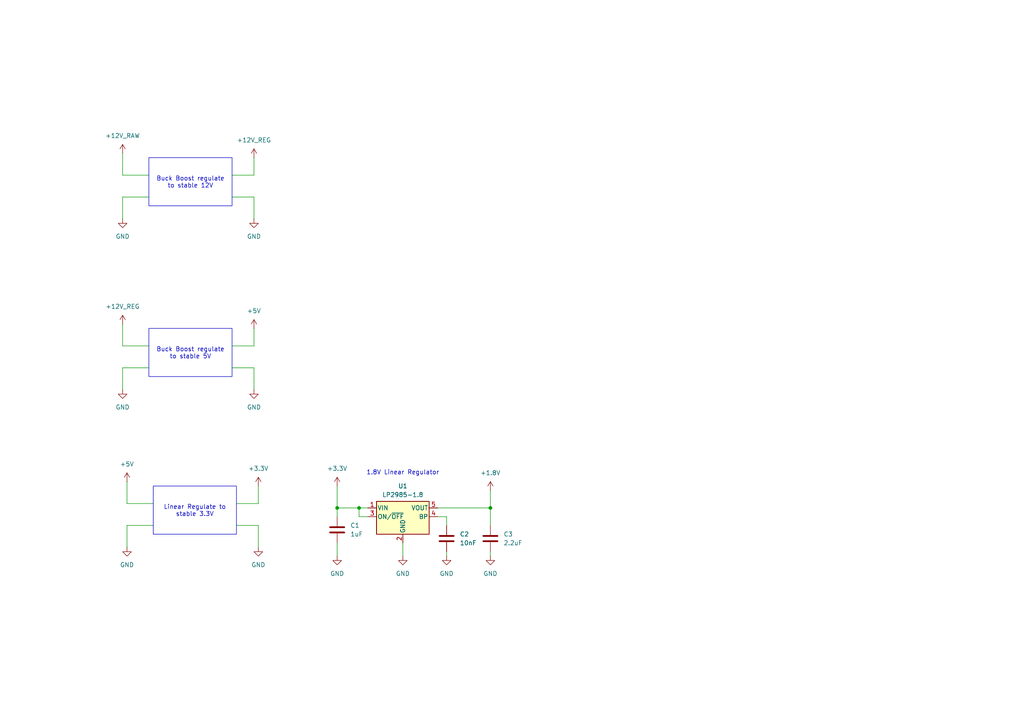
<source format=kicad_sch>
(kicad_sch (version 20250114) (generator "eeschema") (generator_version "9.0")
  (paper "A4")
  (lib_symbols
    (symbol "Device:C" (pin_numbers (hide yes)) (pin_names (offset 0.254))
      (property "Reference" "C" (at 0.635 2.54 0))
      (property "Value" "C" (at 0.635 -2.54 0))
      (symbol "C_0_1"
        (polyline (pts (xy -2.032 0.762) (xy 2.032 0.762)) (stroke (width 0.508)))
        (polyline (pts (xy -2.032 -0.762) (xy 2.032 -0.762)) (stroke (width 0.508)))
      )
      (symbol "C_1_1"
        (pin passive line (at 0 3.81 270) (length 2.794) (name "~") (number "1"))
        (pin passive line (at 0 -3.81 90) (length 2.794) (name "~") (number "2"))
      )
    )
    (symbol "Regulator_Linear:LP2985-1.8" (pin_names (offset 0.254))
      (property "Reference" "U" (at -6.35 5.715 0))
      (property "Value" "LP2985-1.8" (at 0 5.715 0))
      (symbol "LP2985-1.8_0_1"
        (rectangle (start -7.62 -5.08) (end 7.62 4.445) (stroke (width 0.254)) (fill (type background)))
      )
      (symbol "LP2985-1.8_1_1"
        (pin power_in line (at -10.16 2.54 0) (length 2.54) (name "VIN") (number "1"))
        (pin input line (at -10.16 0 0) (length 2.54) (name "ON/~{OFF}") (number "3"))
        (pin power_in line (at 0 -7.62 90) (length 2.54) (name "GND") (number "2"))
        (pin power_out line (at 10.16 2.54 180) (length 2.54) (name "VOUT") (number "5"))
        (pin input line (at 10.16 0 180) (length 2.54) (name "BP") (number "4"))
      )
    )
    (symbol "power:+12V" (power) (pin_numbers (hide yes)) (pin_names (offset 0) (hide yes))
      (property "Value" "+12V" (at 0 3.556 0))
      (symbol "+12V_0_1"
        (polyline (pts (xy -0.762 1.27) (xy 0 2.54)))
        (polyline (pts (xy 0 2.54) (xy 0.762 1.27)))
        (polyline (pts (xy 0 0) (xy 0 2.54)))
      )
      (symbol "+12V_1_1"
        (pin power_in line (at 0 0 90) (length 0) (name "~") (number "1"))
      )
    )
    (symbol "power:+5V" (power) (pin_numbers (hide yes)) (pin_names (offset 0) (hide yes))
      (property "Value" "+5V" (at 0 3.556 0))
      (symbol "+5V_0_1"
        (polyline (pts (xy -0.762 1.27) (xy 0 2.54)))
        (polyline (pts (xy 0 2.54) (xy 0.762 1.27)))
        (polyline (pts (xy 0 0) (xy 0 2.54)))
      )
      (symbol "+5V_1_1"
        (pin power_in line (at 0 0 90) (length 0) (name "~") (number "1"))
      )
    )
    (symbol "power:GND" (power) (pin_numbers (hide yes)) (pin_names (offset 0) (hide yes))
      (property "Value" "GND" (at 0 -3.81 0))
      (symbol "GND_0_1"
        (polyline (pts (xy 0 0) (xy 0 -1.27) (xy 1.27 -1.27) (xy 0 -2.54) (xy -1.27 -1.27) (xy 0 -1.27)))
      )
      (symbol "GND_1_1"
        (pin power_in line (at 0 0 270) (length 0) (name "~") (number "1"))
      )
    )
  )
  (text "1.8V Linear Regulator" (at 116.84 137.16 0) (effects (font (size 1.27 1.27))))
  (text_box "Linear Regulate to stable 3.3V" (at 44.45 140.97 0) (size 24.13 13.97) (margins 0.9525 0.9525 0.9525 0.9525) (effects (font (size 1.27 1.27))))
  (text_box "Buck Boost regulate to stable 5V" (at 43.18 95.25 0) (size 24.13 13.97) (margins 0.9525 0.9525 0.9525 0.9525) (effects (font (size 1.27 1.27))))
  (text_box "Buck Boost regulate to stable 12V" (at 43.18 45.72 0) (size 24.13 13.97) (margins 0.9525 0.9525 0.9525 0.9525) (effects (font (size 1.27 1.27))))
  (junction (at 104.14 147.32))
  (junction (at 97.79 147.32))
  (junction (at 142.24 147.32))
  (wire (pts (xy 35.56 106.68) (xy 35.56 113.03)))
  (wire (pts (xy 68.58 146.05) (xy 74.93 146.05)))
  (wire (pts (xy 36.83 146.05) (xy 44.45 146.05)))
  (wire (pts (xy 106.68 149.86) (xy 104.14 149.86)))
  (wire (pts (xy 97.79 147.32) (xy 97.79 149.86)))
  (wire (pts (xy 142.24 160.02) (xy 142.24 161.29)))
  (wire (pts (xy 97.79 147.32) (xy 104.14 147.32)))
  (wire (pts (xy 36.83 152.4) (xy 44.45 152.4)))
  (wire (pts (xy 68.58 152.4) (xy 74.93 152.4)))
  (wire (pts (xy 127 149.86) (xy 129.54 149.86)))
  (wire (pts (xy 67.31 100.33) (xy 73.66 100.33)))
  (wire (pts (xy 73.66 95.25) (xy 73.66 100.33)))
  (wire (pts (xy 67.31 50.8) (xy 73.66 50.8)))
  (wire (pts (xy 35.56 50.8) (xy 43.18 50.8)))
  (wire (pts (xy 35.56 100.33) (xy 43.18 100.33)))
  (wire (pts (xy 142.24 142.24) (xy 142.24 147.32)))
  (wire (pts (xy 129.54 152.4) (xy 129.54 149.86)))
  (wire (pts (xy 127 147.32) (xy 142.24 147.32)))
  (wire (pts (xy 142.24 147.32) (xy 142.24 152.4)))
  (wire (pts (xy 67.31 106.68) (xy 73.66 106.68)))
  (wire (pts (xy 74.93 158.75) (xy 74.93 152.4)))
  (wire (pts (xy 35.56 106.68) (xy 43.18 106.68)))
  (wire (pts (xy 73.66 113.03) (xy 73.66 106.68)))
  (wire (pts (xy 73.66 63.5) (xy 73.66 57.15)))
  (wire (pts (xy 104.14 147.32) (xy 106.68 147.32)))
  (wire (pts (xy 35.56 57.15) (xy 43.18 57.15)))
  (wire (pts (xy 104.14 149.86) (xy 104.14 147.32)))
  (wire (pts (xy 35.56 57.15) (xy 35.56 63.5)))
  (wire (pts (xy 67.31 57.15) (xy 73.66 57.15)))
  (wire (pts (xy 74.93 140.97) (xy 74.93 146.05)))
  (wire (pts (xy 97.79 140.97) (xy 97.79 147.32)))
  (wire (pts (xy 97.79 157.48) (xy 97.79 161.29)))
  (wire (pts (xy 36.83 139.7) (xy 36.83 146.05)))
  (wire (pts (xy 129.54 160.02) (xy 129.54 161.29)))
  (wire (pts (xy 116.84 157.48) (xy 116.84 161.29)))
  (wire (pts (xy 35.56 44.45) (xy 35.56 50.8)))
  (wire (pts (xy 73.66 45.72) (xy 73.66 50.8)))
  (wire (pts (xy 35.56 93.98) (xy 35.56 100.33)))
  (wire (pts (xy 36.83 152.4) (xy 36.83 158.75)))
  (symbol (lib_id "power:GND") (at 142.24 161.29 0) (unit 1)
    (property "Reference" "#PWR040" (effects (hide yes)))
    (property "Value" "GND" (at 142.24 166.37 0))
    (property "Description" "Power symbol creates a global label with name \"GND\" , ground" (effects (hide yes)))
  )
  (symbol (lib_id "power:+5V") (at 73.66 45.72 0) (unit 1)
    (property "Reference" "#PWR033" (effects (hide yes)))
    (property "Value" "+12V_REG" (at 73.66 40.64 0))
    (property "Description" "Power symbol creates a global label with name \"+5V\"" (effects (hide yes)))
  )
  (symbol (lib_id "power:GND") (at 36.83 158.75 0) (unit 1)
    (property "Reference" "#PWR028" (effects (hide yes)))
    (property "Value" "GND" (at 36.83 163.83 0))
    (property "Description" "Power symbol creates a global label with name \"GND\" , ground" (effects (hide yes)))
  )
  (symbol (lib_id "Device:C") (at 97.79 153.67 0) (unit 1)
    (property "Reference" "C1" (at 101.6 152.3999 0) (effects (justify left)))
    (property "Value" "1uF" (at 101.6 154.9399 0) (effects (justify left)))
    (property "Description" "Unpolarized capacitor" (effects (hide yes)))
  )
  (symbol (lib_id "power:+12V") (at 35.56 93.98 0) (unit 1)
    (property "Reference" "#PWR023" (effects (hide yes)))
    (property "Value" "+12V_REG" (at 35.56 88.9 0))
    (property "Description" "Power symbol creates a global label with name \"+12V\"" (effects (hide yes)))
  )
  (symbol (lib_id "power:+5V") (at 73.66 95.25 0) (unit 1)
    (property "Reference" "#PWR025" (effects (hide yes)))
    (property "Value" "+5V" (at 73.66 90.17 0))
    (property "Description" "Power symbol creates a global label with name \"+5V\"" (effects (hide yes)))
  )
  (symbol (lib_id "Device:C") (at 142.24 156.21 0) (unit 1)
    (property "Reference" "C3" (at 146.05 154.9399 0) (effects (justify left)))
    (property "Value" "2.2uF" (at 146.05 157.4799 0) (effects (justify left)))
    (property "Description" "Unpolarized capacitor" (effects (hide yes)))
  )
  (symbol (lib_id "power:+12V") (at 97.79 140.97 0) (unit 1)
    (property "Reference" "#PWR035" (effects (hide yes)))
    (property "Value" "+3.3V" (at 97.79 135.89 0))
    (property "Description" "Power symbol creates a global label with name \"+12V\"" (effects (hide yes)))
  )
  (symbol (lib_id "power:GND") (at 129.54 161.29 0) (unit 1)
    (property "Reference" "#PWR038" (effects (hide yes)))
    (property "Value" "GND" (at 129.54 166.37 0))
    (property "Description" "Power symbol creates a global label with name \"GND\" , ground" (effects (hide yes)))
  )
  (symbol (lib_id "power:GND") (at 116.84 161.29 0) (unit 1)
    (property "Reference" "#PWR039" (effects (hide yes)))
    (property "Value" "GND" (at 116.84 166.37 0))
    (property "Description" "Power symbol creates a global label with name \"GND\" , ground" (effects (hide yes)))
  )
  (symbol (lib_id "Device:C") (at 129.54 156.21 0) (unit 1)
    (property "Reference" "C2" (at 133.35 154.9399 0) (effects (justify left)))
    (property "Value" "10nF" (at 133.35 157.4799 0) (effects (justify left)))
    (property "Description" "Unpolarized capacitor" (effects (hide yes)))
  )
  (symbol (lib_id "power:+12V") (at 36.83 139.7 0) (unit 1)
    (property "Reference" "#PWR027" (effects (hide yes)))
    (property "Value" "+5V" (at 36.83 134.62 0))
    (property "Description" "Power symbol creates a global label with name \"+12V\"" (effects (hide yes)))
  )
  (symbol (lib_id "power:GND") (at 73.66 113.03 0) (unit 1)
    (property "Reference" "#PWR026" (effects (hide yes)))
    (property "Value" "GND" (at 73.66 118.11 0))
    (property "Description" "Power symbol creates a global label with name \"GND\" , ground" (effects (hide yes)))
  )
  (symbol (lib_id "power:GND") (at 35.56 113.03 0) (unit 1)
    (property "Reference" "#PWR024" (effects (hide yes)))
    (property "Value" "GND" (at 35.56 118.11 0))
    (property "Description" "Power symbol creates a global label with name \"GND\" , ground" (effects (hide yes)))
  )
  (symbol (lib_id "power:+5V") (at 142.24 142.24 0) (unit 1)
    (property "Reference" "#PWR037" (effects (hide yes)))
    (property "Value" "+1.8V" (at 142.24 137.16 0))
    (property "Description" "Power symbol creates a global label with name \"+5V\"" (effects (hide yes)))
  )
  (symbol (lib_id "Regulator_Linear:LP2985-1.8") (at 116.84 149.86 0) (unit 1)
    (property "Reference" "U1" (at 116.84 140.97 0))
    (property "Value" "LP2985-1.8" (at 116.84 143.51 0))
    (property "Datasheet" "http://www.ti.com/lit/ds/symlink/lp2985.pdf" (effects (hide yes)))
    (property "Description" "150mA 16V Low-noise Low-dropout Regulator With Shutdown, 1.8V output voltage, SOT-23-5" (effects (hide yes)))
  )
  (symbol (lib_id "power:+12V") (at 35.56 44.45 0) (unit 1)
    (property "Reference" "#PWR031" (effects (hide yes)))
    (property "Value" "+12V_RAW" (at 35.56 39.37 0))
    (property "Description" "Power symbol creates a global label with name \"+12V\"" (effects (hide yes)))
  )
  (symbol (lib_id "power:GND") (at 35.56 63.5 0) (unit 1)
    (property "Reference" "#PWR032" (effects (hide yes)))
    (property "Value" "GND" (at 35.56 68.58 0))
    (property "Description" "Power symbol creates a global label with name \"GND\" , ground" (effects (hide yes)))
  )
  (symbol (lib_id "power:GND") (at 97.79 161.29 0) (unit 1)
    (property "Reference" "#PWR036" (effects (hide yes)))
    (property "Value" "GND" (at 97.79 166.37 0))
    (property "Description" "Power symbol creates a global label with name \"GND\" , ground" (effects (hide yes)))
  )
  (symbol (lib_id "power:+5V") (at 74.93 140.97 0) (unit 1)
    (property "Reference" "#PWR029" (effects (hide yes)))
    (property "Value" "+3.3V" (at 74.93 135.89 0))
    (property "Description" "Power symbol creates a global label with name \"+5V\"" (effects (hide yes)))
  )
  (symbol (lib_id "power:GND") (at 73.66 63.5 0) (unit 1)
    (property "Reference" "#PWR034" (effects (hide yes)))
    (property "Value" "GND" (at 73.66 68.58 0))
    (property "Description" "Power symbol creates a global label with name \"GND\" , ground" (effects (hide yes)))
  )
  (symbol (lib_id "power:GND") (at 74.93 158.75 0) (unit 1)
    (property "Reference" "#PWR030" (effects (hide yes)))
    (property "Value" "GND" (at 74.93 163.83 0))
    (property "Description" "Power symbol creates a global label with name \"GND\" , ground" (effects (hide yes)))
  )
)
</source>
